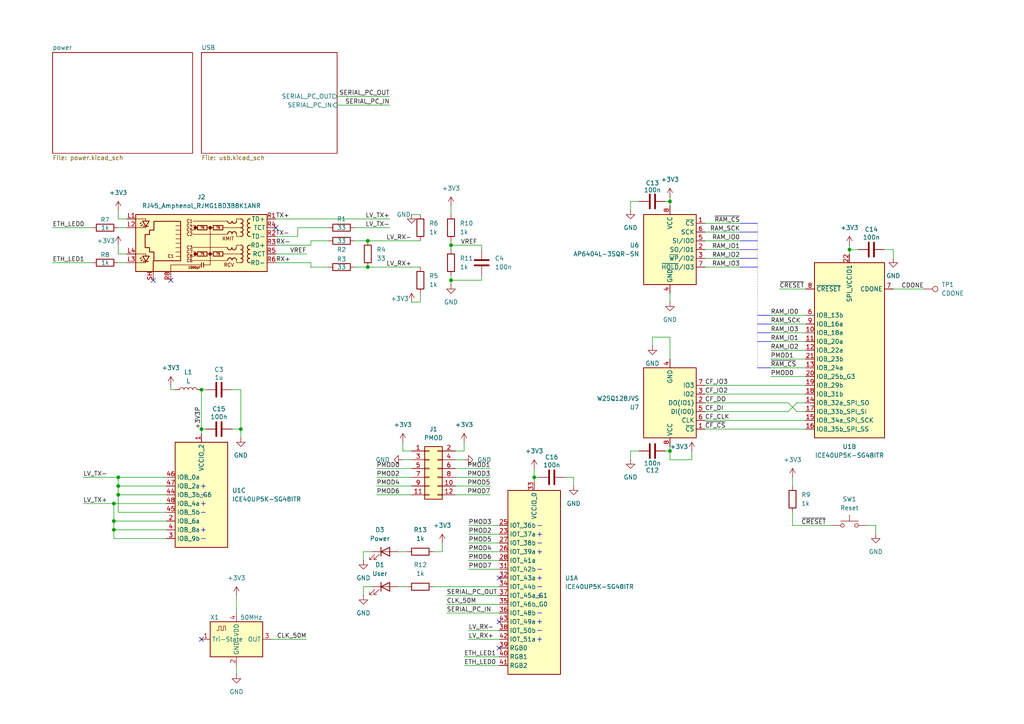
<source format=kicad_sch>
(kicad_sch (version 20231120) (generator "eeschema") (generator_version "8.0")
  (paper "A4")
  (title_block (title "Trashernet SoC") (date "2024-07-07") (rev "2") (company "notsyncing.net") (comment 1 "https://l.notsyncing.net/tnet"))
  (lib_symbols
    (symbol "Connector:RJ45_Amphenol_RJMG1BD3B8K1ANR"
      (property "Reference" "J" (at 18.415 10.16 0))
      (property "Value" "RJ45_Amphenol_RJMG1BD3B8K1ANR" (at -19.05 10.16 0))
      (symbol "RJ45_Amphenol_RJMG1BD3B8K1ANR_0_0"
        (text "C1" (at 4.699 6.985 0) (effects (font (size 0.889 0.889))))
        (text "C1" (at 10.16 -3.175 0) (effects (font (size 0.889 0.889))))
        (text "C2" (at 4.699 3.175 0) (effects (font (size 0.889 0.889))))
        (text "C3" (at 4.699 -0.635 0) (effects (font (size 0.889 0.889))))
        (text "C4" (at 4.699 5.715 0) (effects (font (size 0.889 0.889))))
        (text "C5" (at 4.699 4.445 0) (effects (font (size 0.889 0.889))))
        (text "C6" (at 4.699 -4.445 0) (effects (font (size 0.889 0.889))))
        (text "C7" (at 4.699 -1.905 0) (effects (font (size 0.889 0.889))))
        (text "C8" (at 4.699 -3.175 0) (effects (font (size 0.889 0.889))))
        (text "RCV" (at -8.255 -5.715 0) (effects (font (size 1.016 1.016)) (justify left)))
        (text "XMIT" (at -8.255 1.905 0) (effects (font (size 1.016 1.016)) (justify left)))
      )
      (symbol "RJ45_Amphenol_RJMG1BD3B8K1ANR_1_0"
        (text "1000pF" (at 3.302 -6.477 0) (effects (font (size 0.635 0.635))))
      )
      (symbol "RJ45_Amphenol_RJMG1BD3B8K1ANR_1_1"
        (text "75" (at -3.556 -2.54 0) (effects (font (size 0.635 0.635))))
        (text "75" (at -3.556 5.08 0) (effects (font (size 0.635 0.635))))
        (text "75" (at 1.016 -2.54 0) (effects (font (size 0.635 0.635))))
        (text "75" (at 1.016 5.08 0) (effects (font (size 0.635 0.635))))
        (pin passive line (at 22.86 7.62 180) (length 2.54) (name "") (number "L1"))
        (pin passive line (at 22.86 5.08 180) (length 2.54) (name "") (number "L2"))
        (pin passive line (at 22.86 -5.08 180) (length 2.54) (name "") (number "L3"))
        (pin passive line (at 22.86 -2.54 180) (length 2.54) (name "") (number "L4"))
        (pin passive line (at -20.32 7.62 0) (length 2.54) (name "TD+") (number "R1"))
        (pin passive line (at -20.32 2.54 0) (length 2.54) (name "TD-") (number "R2"))
        (pin passive line (at -20.32 0 0) (length 2.54) (name "RD+") (number "R3"))
        (pin passive line (at -20.32 5.08 0) (length 2.54) (name "TCT") (number "R4"))
        (pin passive line (at -20.32 -2.54 0) (length 2.54) (name "RCT") (number "R5"))
        (pin passive line (at -20.32 -5.08 0) (length 2.54) (name "RD-") (number "R6"))
        (pin no_connect line (at 20.32 0 0) (length 0) hide (name "NC") (number "R7"))
        (pin power_in line (at 10.16 -10.16 90) (length 2.54) (name "") (number "R8"))
        (pin passive line (at 15.24 -10.16 90) (length 2.54) (name "") (number "SH"))
      )
    )
    (symbol "Connector:TestPoint" (pin_numbers hide) (pin_names (offset 0.762) hide)
      (property "Reference" "TP" (at 0 6.858 0))
      (property "Value" "TestPoint" (at 0 5.08 0))
      (symbol "TestPoint_1_1"
        (pin passive line (at 0 0 90) (length 2.54) (name "1") (number "1"))
      )
    )
    (symbol "Connector_Generic:Conn_02x06_Odd_Even" (pin_names (offset 1.016) hide)
      (property "Reference" "J" (at 1.27 7.62 0))
      (property "Value" "Conn_02x06_Odd_Even" (at 1.27 -10.16 0))
      (symbol "Conn_02x06_Odd_Even_1_1"
        (pin passive line (at -5.08 5.08 0) (length 3.81) (name "Pin_1") (number "1"))
        (pin passive line (at 7.62 -5.08 180) (length 3.81) (name "Pin_10") (number "10"))
        (pin passive line (at -5.08 -7.62 0) (length 3.81) (name "Pin_11") (number "11"))
        (pin passive line (at 7.62 -7.62 180) (length 3.81) (name "Pin_12") (number "12"))
        (pin passive line (at 7.62 5.08 180) (length 3.81) (name "Pin_2") (number "2"))
        (pin passive line (at -5.08 2.54 0) (length 3.81) (name "Pin_3") (number "3"))
        (pin passive line (at 7.62 2.54 180) (length 3.81) (name "Pin_4") (number "4"))
        (pin passive line (at -5.08 0 0) (length 3.81) (name "Pin_5") (number "5"))
        (pin passive line (at 7.62 0 180) (length 3.81) (name "Pin_6") (number "6"))
        (pin passive line (at -5.08 -2.54 0) (length 3.81) (name "Pin_7") (number "7"))
        (pin passive line (at 7.62 -2.54 180) (length 3.81) (name "Pin_8") (number "8"))
        (pin passive line (at -5.08 -5.08 0) (length 3.81) (name "Pin_9") (number "9"))
      )
    )
    (symbol "Device:C" (pin_numbers hide) (pin_names (offset 0.254))
      (property "Reference" "C" (at 0.635 2.54 0))
      (property "Value" "C" (at 0.635 -2.54 0))
      (symbol "C_1_1"
        (pin passive line (at 0 3.81 270) (length 2.794) (name "~") (number "1"))
        (pin passive line (at 0 -3.81 90) (length 2.794) (name "~") (number "2"))
      )
    )
    (symbol "Device:L" (pin_numbers hide) (pin_names (offset 1.016) hide)
      (property "Reference" "L" (at -1.27 0 90))
      (property "Value" "L" (at 1.905 0 90))
      (symbol "L_1_1"
        (pin passive line (at 0 3.81 270) (length 1.27) (name "1") (number "1"))
        (pin passive line (at 0 -3.81 90) (length 1.27) (name "2") (number "2"))
      )
    )
    (symbol "Device:LED" (pin_numbers hide) (pin_names (offset 1.016) hide)
      (property "Reference" "D" (at 0 2.54 0))
      (property "Value" "LED" (at 0 -2.54 0))
      (symbol "LED_1_1"
        (pin passive line (at -3.81 0 0) (length 2.54) (name "K") (number "1"))
        (pin passive line (at 3.81 0 180) (length 2.54) (name "A") (number "2"))
      )
    )
    (symbol "Device:R" (pin_numbers hide) (pin_names (offset 0))
      (property "Reference" "R" (at 2.032 0 90))
      (property "Value" "R" (at 0 0 90))
      (symbol "R_1_1"
        (pin passive line (at 0 3.81 270) (length 1.27) (name "~") (number "1"))
        (pin passive line (at 0 -3.81 90) (length 1.27) (name "~") (number "2"))
      )
    )
    (symbol "FPGA_Lattice:ICE40UP5K-SG48ITR"
      (property "Reference" "U" (at -8.89 -29.21 0))
      (property "Value" "ICE40UP5K-SG48ITR" (at 0 -31.75 0))
      (symbol "ICE40UP5K-SG48ITR_1_1"
        (pin bidirectional line (at -10.16 12.7 0) (length 2.54) (name "IOT_37a") (number "23"))
        (pin bidirectional line (at -10.16 15.24 0) (length 2.54) (name "IOT_36b") (number "25"))
        (pin bidirectional line (at -10.16 7.62 0) (length 2.54) (name "IOT_39a") (number "26"))
        (pin bidirectional line (at -10.16 10.16 0) (length 2.54) (name "IOT_38b") (number "27"))
        (pin bidirectional line (at -10.16 5.08 0) (length 2.54) (name "IOT_41a") (number "28"))
        (pin bidirectional line (at -10.16 2.54 0) (length 2.54) (name "IOT_42b") (number "31"))
        (pin bidirectional line (at -10.16 0 0) (length 2.54) (name "IOT_43a") (number "32"))
        (pin power_in line (at 0 27.94 270) (length 2.54) (name "VCCIO_0") (number "33"))
        (pin bidirectional line (at -10.16 -2.54 0) (length 2.54) (name "IOT_44b") (number "34"))
        (pin bidirectional line (at -10.16 -7.62 0) (length 2.54) (name "IOT_46b_G0") (number "35"))
        (pin bidirectional line (at -10.16 -10.16 0) (length 2.54) (name "IOT_48b") (number "36"))
        (pin bidirectional line (at -10.16 -5.08 0) (length 2.54) (name "IOT_45a_G1") (number "37"))
        (pin bidirectional line (at -10.16 -15.24 0) (length 2.54) (name "IOT_50b") (number "38"))
        (pin open_collector line (at -10.16 -20.32 0) (length 2.54) (name "RGB0") (number "39"))
        (pin open_collector line (at -10.16 -22.86 0) (length 2.54) (name "RGB1") (number "40"))
        (pin open_collector line (at -10.16 -25.4 0) (length 2.54) (name "RGB2") (number "41"))
        (pin bidirectional line (at -10.16 -17.78 0) (length 2.54) (name "IOT_51a") (number "42"))
        (pin bidirectional line (at -10.16 -12.7 0) (length 2.54) (name "IOT_49a") (number "43"))
      )
      (symbol "ICE40UP5K-SG48ITR_2_1"
        (pin bidirectional line (at -12.7 5.08 0) (length 2.54) (name "IOB_18a") (number "10"))
        (pin bidirectional line (at -12.7 2.54 0) (length 2.54) (name "IOB_20a") (number "11"))
        (pin bidirectional line (at -12.7 0 0) (length 2.54) (name "IOB_22a") (number "12"))
        (pin bidirectional line (at -12.7 -5.08 0) (length 2.54) (name "IOB_24a") (number "13"))
        (pin bidirectional line (at -12.7 -15.24 0) (length 2.54) (name "IOB_32a_SPI_SO") (number "14"))
        (pin bidirectional line (at -12.7 -20.32 0) (length 2.54) (name "IOB_34a_SPI_SCK") (number "15"))
        (pin bidirectional line (at -12.7 -22.86 0) (length 2.54) (name "IOB_35b_SPI_SS") (number "16"))
        (pin bidirectional line (at -12.7 -17.78 0) (length 2.54) (name "IOB_33b_SPI_SI") (number "17"))
        (pin bidirectional line (at -12.7 -12.7 0) (length 2.54) (name "IOB_31b") (number "18"))
        (pin bidirectional line (at -12.7 -10.16 0) (length 2.54) (name "IOB_29b") (number "19"))
        (pin bidirectional line (at -12.7 -7.62 0) (length 2.54) (name "IOB_25b_G3") (number "20"))
        (pin bidirectional line (at -12.7 -2.54 0) (length 2.54) (name "IOB_23b") (number "21"))
        (pin power_in line (at 0 27.94 270) (length 2.54) (name "SPI_VCCIO1") (number "22"))
        (pin bidirectional line (at -12.7 10.16 0) (length 2.54) (name "IOB_13b") (number "6"))
        (pin open_collector line (at 12.7 17.78 180) (length 2.54) (name "CDONE") (number "7"))
        (pin input line (at -12.7 17.78 0) (length 2.54) (name "~{CRESET}") (number "8"))
        (pin bidirectional line (at -12.7 7.62 0) (length 2.54) (name "IOB_16a") (number "9"))
      )
      (symbol "ICE40UP5K-SG48ITR_3_1"
        (pin power_in line (at 0 17.78 270) (length 2.54) (name "VCCIO_2") (number "1"))
        (pin bidirectional line (at -10.16 -7.62 0) (length 2.54) (name "IOB_6a") (number "2"))
        (pin bidirectional line (at -10.16 -12.7 0) (length 2.54) (name "IOB_9b") (number "3"))
        (pin bidirectional line (at -10.16 -10.16 0) (length 2.54) (name "IOB_8a") (number "4"))
        (pin bidirectional line (at -10.16 0 0) (length 2.54) (name "IOB_3b_G6") (number "44"))
        (pin bidirectional line (at -10.16 -5.08 0) (length 2.54) (name "IOB_5b") (number "45"))
        (pin bidirectional line (at -10.16 5.08 0) (length 2.54) (name "IOB_0a") (number "46"))
        (pin bidirectional line (at -10.16 2.54 0) (length 2.54) (name "IOB_2a") (number "47"))
        (pin bidirectional line (at -10.16 -2.54 0) (length 2.54) (name "IOB_4a") (number "48"))
      )
      (symbol "ICE40UP5K-SG48ITR_4_1"
        (pin power_in line (at -2.54 10.16 270) (length 2.54) (name "VPP_2V5") (number "24"))
        (pin power_out line (at 2.54 10.16 270) (length 2.54) (name "VCCPLL") (number "29"))
        (pin passive line (at 0 10.16 270) (length 2.54) hide (name "VCC") (number "30"))
        (pin power_in line (at 0 -10.16 90) (length 2.54) (name "GND") (number "49"))
        (pin power_in line (at 0 10.16 270) (length 2.54) (name "VCC") (number "5"))
      )
    )
    (symbol "Memory_Flash:AT25SF081-SSHD-X"
      (property "Reference" "U" (at -6.35 11.43 0))
      (property "Value" "AT25SF081-SSHD-X" (at 11.43 11.43 0))
      (symbol "AT25SF081-SSHD-X_1_1"
        (pin input line (at -10.16 7.62 0) (length 2.54) (name "~{CS}") (number "1"))
        (pin bidirectional line (at -10.16 0 0) (length 2.54) (name "SO/IO1") (number "2"))
        (pin bidirectional line (at -10.16 -2.54 0) (length 2.54) (name "~{WP}/IO2") (number "3"))
        (pin power_in line (at 0 -12.7 90) (length 2.54) (name "GND") (number "4"))
        (pin bidirectional line (at -10.16 2.54 0) (length 2.54) (name "SI/IO0") (number "5"))
        (pin input line (at -10.16 5.08 0) (length 2.54) (name "SCK") (number "6"))
        (pin bidirectional line (at -10.16 -5.08 0) (length 2.54) (name "~{HOLD}/IO3") (number "7"))
        (pin power_in line (at 0 12.7 270) (length 2.54) (name "VCC") (number "8"))
      )
    )
    (symbol "Memory_Flash:W25Q128JVS"
      (property "Reference" "U" (at -8.89 8.89 0))
      (property "Value" "W25Q128JVS" (at 7.62 8.89 0))
      (symbol "W25Q128JVS_1_1"
        (pin input line (at -10.16 7.62 0) (length 2.54) (name "~{CS}") (number "1"))
        (pin bidirectional line (at -10.16 0 0) (length 2.54) (name "DO(IO1)") (number "2"))
        (pin bidirectional line (at -10.16 -2.54 0) (length 2.54) (name "IO2") (number "3"))
        (pin power_in line (at 0 -12.7 90) (length 2.54) (name "GND") (number "4"))
        (pin bidirectional line (at -10.16 2.54 0) (length 2.54) (name "DI(IO0)") (number "5"))
        (pin input line (at -10.16 5.08 0) (length 2.54) (name "CLK") (number "6"))
        (pin bidirectional line (at -10.16 -5.08 0) (length 2.54) (name "IO3") (number "7"))
        (pin power_in line (at 0 12.7 270) (length 2.54) (name "VCC") (number "8"))
      )
    )
    (symbol "Oscillator:ASCO"
      (property "Reference" "X" (at -7.62 6.35 0))
      (property "Value" "ASCO" (at 1.27 -6.35 0))
      (symbol "ASCO_1_1"
        (pin input line (at -10.16 0 0) (length 2.54) (name "Tri-State") (number "1"))
        (pin power_in line (at 0 -7.62 90) (length 2.54) (name "GND") (number "2"))
        (pin output line (at 10.16 0 180) (length 2.54) (name "OUT") (number "3"))
        (pin power_in line (at 0 7.62 270) (length 2.54) (name "VDD") (number "4"))
      )
    )
    (symbol "Switch:SW_Push" (pin_numbers hide) (pin_names (offset 1.016) hide)
      (property "Reference" "SW" (at 1.27 2.54 0))
      (property "Value" "SW_Push" (at 0 -1.524 0))
      (symbol "SW_Push_0_1"
        (pin passive line (at -5.08 0 0) (length 2.54) (name "1") (number "1"))
        (pin passive line (at 5.08 0 180) (length 2.54) (name "2") (number "2"))
      )
    )
    (symbol "power:+3V3" (power) (pin_numbers hide) (pin_names (offset 0) hide)
      (property "Value" "+3V3" (at 0 3.556 0))
      (symbol "+3V3_1_1"
        (pin power_in line (at 0 0 90) (length 0) (name "~") (number "1"))
      )
    )
    (symbol "power:GND" (power) (pin_numbers hide) (pin_names (offset 0) hide)
      (property "Value" "GND" (at 0 -3.81 0))
      (symbol "GND_1_1"
        (pin power_in line (at 0 0 270) (length 0) (name "~") (number "1"))
      )
    )
  )
  (junction (at 194.31 58.42))
  (junction (at 34.29 138.43))
  (junction (at 69.85 124.46))
  (junction (at 194.31 130.81))
  (junction (at 33.02 151.13))
  (junction (at 33.02 153.67))
  (junction (at 130.81 71.12))
  (junction (at 33.02 146.05))
  (junction (at 34.29 140.97))
  (junction (at 58.42 124.46))
  (junction (at 34.29 143.51))
  (junction (at 130.81 81.28))
  (junction (at 154.94 138.43))
  (junction (at 246.38 72.39))
  (junction (at 106.68 77.47))
  (junction (at 58.42 113.03))
  (junction (at 106.68 69.85))
  (no_connect (at 44.45 81.28))
  (no_connect (at 144.78 187.96))
  (no_connect (at 58.42 185.42))
  (no_connect (at 80.01 66.04))
  (no_connect (at 144.78 180.34))
  (no_connect (at 49.53 81.28))
  (no_connect (at 144.78 167.64))
  (wire (pts (xy 246.38 72.39) (xy 246.38 73.66)))
  (wire (pts (xy 204.47 64.77) (xy 214.63 64.77)))
  (wire (pts (xy 128.27 157.48) (xy 128.27 160.02)))
  (wire (pts (xy 106.68 69.85) (xy 121.92 69.85)))
  (polyline (pts (xy 214.63 77.47) (xy 219.71 77.47)))
  (wire (pts (xy 204.47 114.3) (xy 233.68 114.3)))
  (wire (pts (xy 102.87 66.04) (xy 113.03 66.04)))
  (wire (pts (xy 125.73 170.18) (xy 144.78 170.18)))
  (polyline (pts (xy 214.63 74.93) (xy 219.71 74.93)))
  (wire (pts (xy 105.41 170.18) (xy 105.41 172.72)))
  (wire (pts (xy 33.02 156.21) (xy 48.26 156.21)))
  (wire (pts (xy 34.29 76.2) (xy 36.83 76.2)))
  (wire (pts (xy 116.84 133.35) (xy 119.38 133.35)))
  (wire (pts (xy 139.7 72.39) (xy 139.7 71.12)))
  (wire (pts (xy 163.83 138.43) (xy 166.37 138.43)))
  (wire (pts (xy 134.62 128.27) (xy 134.62 130.81)))
  (wire (pts (xy 223.52 109.22) (xy 233.68 109.22)))
  (wire (pts (xy 34.29 60.96) (xy 34.29 63.5)))
  (wire (pts (xy 33.02 153.67) (xy 48.26 153.67)))
  (wire (pts (xy 204.47 77.47) (xy 214.63 77.47)))
  (wire (pts (xy 251.46 152.4) (xy 254 152.4)))
  (wire (pts (xy 189.23 97.79) (xy 189.23 100.33)))
  (wire (pts (xy 130.81 71.12) (xy 139.7 71.12)))
  (polyline (pts (xy 214.63 72.39) (xy 219.71 72.39)))
  (wire (pts (xy 59.69 124.46) (xy 58.42 124.46)))
  (wire (pts (xy 194.31 133.35) (xy 200.66 133.35)))
  (wire (pts (xy 106.68 77.47) (xy 121.92 77.47)))
  (wire (pts (xy 204.47 119.38) (xy 228.6 119.38)))
  (wire (pts (xy 119.38 62.23) (xy 121.92 62.23)))
  (wire (pts (xy 204.47 67.31) (xy 214.63 67.31)))
  (wire (pts (xy 204.47 74.93) (xy 214.63 74.93)))
  (wire (pts (xy 182.88 58.42) (xy 182.88 60.96)))
  (wire (pts (xy 58.42 113.03) (xy 59.69 113.03)))
  (wire (pts (xy 80.01 71.12) (xy 90.17 71.12)))
  (wire (pts (xy 134.62 190.5) (xy 144.78 190.5)))
  (wire (pts (xy 102.87 77.47) (xy 106.68 77.47)))
  (wire (pts (xy 189.23 97.79) (xy 194.31 97.79)))
  (wire (pts (xy 67.31 113.03) (xy 69.85 113.03)))
  (wire (pts (xy 185.42 130.81) (xy 182.88 130.81)))
  (wire (pts (xy 132.08 130.81) (xy 134.62 130.81)))
  (wire (pts (xy 223.52 91.44) (xy 233.68 91.44)))
  (wire (pts (xy 97.79 30.48) (xy 113.03 30.48)))
  (wire (pts (xy 107.95 170.18) (xy 105.41 170.18)))
  (polyline (pts (xy 219.71 91.44) (xy 223.52 91.44)))
  (wire (pts (xy 135.89 162.56) (xy 144.78 162.56)))
  (wire (pts (xy 129.54 175.26) (xy 144.78 175.26)))
  (wire (pts (xy 154.94 135.89) (xy 154.94 138.43)))
  (wire (pts (xy 15.24 76.2) (xy 26.67 76.2)))
  (wire (pts (xy 58.42 113.03) (xy 58.42 124.46)))
  (wire (pts (xy 107.95 160.02) (xy 105.41 160.02)))
  (polyline (pts (xy 219.71 99.06) (xy 223.52 99.06)))
  (wire (pts (xy 256.54 72.39) (xy 259.08 72.39)))
  (wire (pts (xy 204.47 121.92) (xy 233.68 121.92)))
  (wire (pts (xy 223.52 101.6) (xy 233.68 101.6)))
  (wire (pts (xy 132.08 135.89) (xy 142.24 135.89)))
  (wire (pts (xy 36.83 63.5) (xy 34.29 63.5)))
  (wire (pts (xy 223.52 93.98) (xy 233.68 93.98)))
  (wire (pts (xy 259.08 72.39) (xy 259.08 74.93)))
  (wire (pts (xy 86.36 66.04) (xy 95.25 66.04)))
  (wire (pts (xy 129.54 172.72) (xy 144.78 172.72)))
  (wire (pts (xy 229.87 138.43) (xy 229.87 140.97)))
  (wire (pts (xy 109.22 135.89) (xy 119.38 135.89)))
  (wire (pts (xy 132.08 143.51) (xy 142.24 143.51)))
  (wire (pts (xy 69.85 113.03) (xy 69.85 124.46)))
  (wire (pts (xy 154.94 138.43) (xy 154.94 139.7)))
  (wire (pts (xy 119.38 130.81) (xy 116.84 130.81)))
  (wire (pts (xy 34.29 138.43) (xy 48.26 138.43)))
  (wire (pts (xy 34.29 71.12) (xy 34.29 73.66)))
  (wire (pts (xy 33.02 146.05) (xy 33.02 151.13)))
  (wire (pts (xy 204.47 111.76) (xy 233.68 111.76)))
  (wire (pts (xy 135.89 152.4) (xy 144.78 152.4)))
  (wire (pts (xy 229.87 152.4) (xy 241.3 152.4)))
  (wire (pts (xy 33.02 151.13) (xy 48.26 151.13)))
  (wire (pts (xy 78.74 185.42) (xy 88.9 185.42)))
  (wire (pts (xy 109.22 140.97) (xy 119.38 140.97)))
  (wire (pts (xy 58.42 124.46) (xy 58.42 125.73)))
  (wire (pts (xy 135.89 185.42) (xy 144.78 185.42)))
  (wire (pts (xy 185.42 58.42) (xy 182.88 58.42)))
  (wire (pts (xy 194.31 129.54) (xy 194.31 130.81)))
  (wire (pts (xy 223.52 99.06) (xy 233.68 99.06)))
  (wire (pts (xy 193.04 130.81) (xy 194.31 130.81)))
  (polyline (pts (xy 219.71 93.98) (xy 223.52 93.98)))
  (wire (pts (xy 130.81 59.69) (xy 130.81 62.23)))
  (polyline (pts (xy 219.71 106.68) (xy 223.52 106.68)))
  (wire (pts (xy 33.02 151.13) (xy 33.02 153.67)))
  (wire (pts (xy 34.29 143.51) (xy 48.26 143.51)))
  (wire (pts (xy 115.57 170.18) (xy 118.11 170.18)))
  (wire (pts (xy 130.81 81.28) (xy 130.81 82.55)))
  (wire (pts (xy 15.24 66.04) (xy 26.67 66.04)))
  (wire (pts (xy 90.17 71.12) (xy 90.17 69.85)))
  (wire (pts (xy 36.83 73.66) (xy 34.29 73.66)))
  (wire (pts (xy 154.94 138.43) (xy 156.21 138.43)))
  (wire (pts (xy 228.6 119.38) (xy 231.14 116.84)))
  (polyline (pts (xy 214.63 64.77) (xy 219.71 64.77)))
  (wire (pts (xy 229.87 152.4) (xy 229.87 148.59)))
  (wire (pts (xy 68.58 172.72) (xy 68.58 177.8)))
  (wire (pts (xy 129.54 177.8) (xy 144.78 177.8)))
  (wire (pts (xy 80.01 73.66) (xy 88.9 73.66)))
  (wire (pts (xy 246.38 71.12) (xy 246.38 72.39)))
  (wire (pts (xy 135.89 160.02) (xy 144.78 160.02)))
  (wire (pts (xy 90.17 76.2) (xy 80.01 76.2)))
  (wire (pts (xy 246.38 72.39) (xy 248.92 72.39)))
  (wire (pts (xy 34.29 140.97) (xy 48.26 140.97)))
  (wire (pts (xy 204.47 69.85) (xy 214.63 69.85)))
  (wire (pts (xy 223.52 96.52) (xy 233.68 96.52)))
  (wire (pts (xy 121.92 85.09) (xy 121.92 87.63)))
  (wire (pts (xy 69.85 124.46) (xy 69.85 127)))
  (wire (pts (xy 34.29 143.51) (xy 34.29 140.97)))
  (wire (pts (xy 86.36 68.58) (xy 86.36 66.04)))
  (wire (pts (xy 132.08 133.35) (xy 134.62 133.35)))
  (wire (pts (xy 194.31 85.09) (xy 194.31 87.63)))
  (wire (pts (xy 95.25 77.47) (xy 90.17 77.47)))
  (wire (pts (xy 204.47 72.39) (xy 214.63 72.39)))
  (wire (pts (xy 90.17 69.85) (xy 95.25 69.85)))
  (wire (pts (xy 109.22 138.43) (xy 119.38 138.43)))
  (wire (pts (xy 132.08 138.43) (xy 142.24 138.43)))
  (wire (pts (xy 34.29 148.59) (xy 48.26 148.59)))
  (wire (pts (xy 24.13 146.05) (xy 33.02 146.05)))
  (wire (pts (xy 97.79 27.94) (xy 113.03 27.94)))
  (wire (pts (xy 130.81 80.01) (xy 130.81 81.28)))
  (wire (pts (xy 194.31 130.81) (xy 194.31 133.35)))
  (wire (pts (xy 200.66 133.35) (xy 200.66 130.81)))
  (wire (pts (xy 139.7 80.01) (xy 139.7 81.28)))
  (wire (pts (xy 130.81 71.12) (xy 130.81 72.39)))
  (wire (pts (xy 226.06 83.82) (xy 233.68 83.82)))
  (wire (pts (xy 119.38 87.63) (xy 121.92 87.63)))
  (wire (pts (xy 135.89 165.1) (xy 144.78 165.1)))
  (wire (pts (xy 135.89 182.88) (xy 144.78 182.88)))
  (wire (pts (xy 34.29 148.59) (xy 34.29 143.51)))
  (wire (pts (xy 80.01 68.58) (xy 86.36 68.58)))
  (wire (pts (xy 223.52 104.14) (xy 233.68 104.14)))
  (wire (pts (xy 134.62 193.04) (xy 144.78 193.04)))
  (wire (pts (xy 194.31 57.15) (xy 194.31 58.42)))
  (wire (pts (xy 233.68 119.38) (xy 231.14 119.38)))
  (wire (pts (xy 194.31 97.79) (xy 194.31 104.14)))
  (wire (pts (xy 130.81 81.28) (xy 139.7 81.28)))
  (polyline (pts (xy 214.63 69.85) (xy 219.71 69.85)))
  (wire (pts (xy 49.53 111.76) (xy 49.53 113.03)))
  (wire (pts (xy 34.29 66.04) (xy 36.83 66.04)))
  (wire (pts (xy 33.02 146.05) (xy 48.26 146.05)))
  (wire (pts (xy 115.57 160.02) (xy 118.11 160.02)))
  (wire (pts (xy 33.02 153.67) (xy 33.02 156.21)))
  (wire (pts (xy 132.08 140.97) (xy 142.24 140.97)))
  (wire (pts (xy 68.58 193.04) (xy 68.58 195.58)))
  (wire (pts (xy 254 152.4) (xy 254 154.94)))
  (wire (pts (xy 105.41 160.02) (xy 105.41 162.56)))
  (wire (pts (xy 80.01 63.5) (xy 113.03 63.5)))
  (polyline (pts (xy 219.71 96.52) (xy 223.52 96.52)))
  (wire (pts (xy 231.14 119.38) (xy 228.6 116.84)))
  (wire (pts (xy 194.31 58.42) (xy 194.31 59.69)))
  (wire (pts (xy 135.89 157.48) (xy 144.78 157.48)))
  (wire (pts (xy 231.14 116.84) (xy 233.68 116.84)))
  (wire (pts (xy 125.73 160.02) (xy 128.27 160.02)))
  (polyline (pts (xy 214.63 67.31) (xy 219.71 67.31)))
  (wire (pts (xy 166.37 138.43) (xy 166.37 140.97)))
  (wire (pts (xy 109.22 143.51) (xy 119.38 143.51)))
  (wire (pts (xy 67.31 124.46) (xy 69.85 124.46)))
  (wire (pts (xy 193.04 58.42) (xy 194.31 58.42)))
  (wire (pts (xy 204.47 124.46) (xy 233.68 124.46)))
  (wire (pts (xy 182.88 130.81) (xy 182.88 133.35)))
  (wire (pts (xy 90.17 77.47) (xy 90.17 76.2)))
  (wire (pts (xy 259.08 83.82) (xy 267.97 83.82)))
  (wire (pts (xy 135.89 154.94) (xy 144.78 154.94)))
  (wire (pts (xy 130.81 69.85) (xy 130.81 71.12)))
  (wire (pts (xy 49.53 113.03) (xy 50.8 113.03)))
  (wire (pts (xy 24.13 138.43) (xy 34.29 138.43)))
  (polyline (pts (xy 219.71 106.68) (xy 219.71 64.77)) (stroke (width 0) (type dot)))
  (wire (pts (xy 223.52 106.68) (xy 233.68 106.68)))
  (wire (pts (xy 228.6 116.84) (xy 204.47 116.84)))
  (wire (pts (xy 116.84 128.27) (xy 116.84 130.81)))
  (wire (pts (xy 34.29 140.97) (xy 34.29 138.43)))
  (wire (pts (xy 102.87 69.85) (xy 106.68 69.85)))
  (text "-\n+\n-\n+\n\n-\n+\n-\n+\n\n-\n+\n-\n+" (at 155.448 151.638 0) (effects (font (size 1.5748 1.5748)) (justify left top)))
  (text "\n+\n-\n+\n-\n\n+\n-" (at 57.912 137.668 0) (effects (font (size 1.5748 1.5748)) (justify left top)))
  (label "LV_RX-" (at 119.38 69.85 180))
  (label "LV_TX-" (at 113.03 66.04 180))
  (label "VREF" (at 138.43 71.12 180))
  (label "PMOD5" (at 135.89 157.48 0))
  (label "PMOD7" (at 142.24 143.51 180))
  (label "CF_DI" (at 204.47 119.38 0))
  (label "LV_TX+" (at 24.13 146.05 0))
  (label "+3V3P" (at 58.42 124.46 90))
  (label "SERIAL_PC_IN" (at 129.54 177.8 0))
  (label "RAM_IO0" (at 223.52 91.44 0))
  (label "CLK_50M" (at 129.54 175.26 0))
  (label "CF_CLK" (at 204.47 121.92 0))
  (label "CF_DO" (at 204.47 116.84 0))
  (label "~{CRESET}" (at 232.41 152.4 0))
  (label "PMOD6" (at 135.89 162.56 0))
  (label "RAM_IO0" (at 214.63 69.85 180))
  (label "~{RAM_CS}" (at 214.63 64.77 180))
  (label "ETH_LED1" (at 134.62 190.5 0))
  (label "PMOD2" (at 109.22 138.43 0))
  (label "PMOD6" (at 109.22 143.51 0))
  (label "SERIAL_PC_OUT" (at 129.54 172.72 0))
  (label "RAM_IO2" (at 214.63 74.93 180))
  (label "TX-" (at 80.01 68.58 0))
  (label "RX-" (at 80.01 71.12 0))
  (label "PMOD2" (at 135.89 154.94 0))
  (label "LV_TX-" (at 24.13 138.43 0))
  (label "RAM_IO1" (at 223.52 99.06 0))
  (label "PMOD4" (at 135.89 160.02 0))
  (label "PMOD0" (at 109.22 135.89 0))
  (label "RX+" (at 80.01 76.2 0))
  (label "~{RAM_CS}" (at 223.52 106.68 0))
  (label "PMOD0" (at 223.52 109.22 0))
  (label "ETH_LED1" (at 15.24 76.2 0))
  (label "LV_RX+" (at 135.89 185.42 0))
  (label "VREF" (at 88.9 73.66 180))
  (label "CDONE" (at 267.97 83.82 180))
  (label "PMOD5" (at 142.24 140.97 180))
  (label "RAM_IO3" (at 223.52 96.52 0))
  (label "PMOD1" (at 142.24 135.89 180))
  (label "~{CRESET}" (at 226.06 83.82 0))
  (label "LV_RX-" (at 135.89 182.88 0))
  (label "RAM_SCK" (at 214.63 67.31 180))
  (label "RAM_IO1" (at 214.63 72.39 180))
  (label "PMOD1" (at 223.52 104.14 0))
  (label "PMOD4" (at 109.22 140.97 0))
  (label "LV_RX+" (at 119.38 77.47 180))
  (label "PMOD7" (at 135.89 165.1 0))
  (label "CF_IO3" (at 204.47 111.76 0))
  (label "CLK_50M" (at 88.9 185.42 180))
  (label "RAM_IO3" (at 214.63 77.47 180))
  (label "ETH_LED0" (at 134.62 193.04 0))
  (label "LV_TX+" (at 113.03 63.5 180))
  (label "PMOD3" (at 142.24 138.43 180))
  (label "RAM_IO2" (at 223.52 101.6 0))
  (label "RAM_SCK" (at 223.52 93.98 0))
  (label "TX+" (at 80.01 63.5 0))
  (label "ETH_LED0" (at 15.24 66.04 0))
  (label "~{CF_CS}" (at 204.47 124.46 0))
  (label "PMOD3" (at 135.89 152.4 0))
  (label "SERIAL_PC_IN" (at 113.03 30.48 180))
  (label "SERIAL_PC_OUT" (at 113.03 27.94 180))
  (label "CF_IO2" (at 204.47 114.3 0))
  (symbol (lib_id "power:GND") (at 194.31 87.63 0) (unit 1)
    (property "Reference" "#PWR020" (effects (hide yes)))
    (property "Value" "GND" (at 194.31 92.71 0))
    (property "Description" "Power symbol creates a global label with name \"GND\" , ground" (effects (hide yes)))
  )
  (symbol (lib_id "Connector_Generic:Conn_02x06_Odd_Even") (at 124.46 135.89 0) (unit 1)
    (property "Reference" "J1" (at 125.73 124.46 0))
    (property "Value" "PMOD" (at 125.73 127 0))
    (property "Footprint" "Connector_PinSocket_2.54mm:PinSocket_2x06_P2.54mm_Horizontal" (effects (hide yes)))
    (property "Description" "Generic connector, double row, 02x06, odd/even pin numbering scheme (row 1 odd numbers, row 2 even numbers), script generated (kicad-library-utils/schlib/autogen/connector/)" (effects (hide yes)))
  )
  (symbol (lib_id "power:GND") (at 182.88 133.35 0) (unit 1)
    (property "Reference" "#PWR026" (effects (hide yes)))
    (property "Value" "GND" (at 182.88 138.43 0))
    (property "Description" "Power symbol creates a global label with name \"GND\" , ground" (effects (hide yes)))
  )
  (symbol (lib_id "Device:LED") (at 111.76 160.02 0) (unit 1)
    (property "Reference" "D3" (at 110.1725 153.67 0))
    (property "Value" "Power" (at 110.1725 156.21 0))
    (property "Footprint" "LED_SMD:LED_0603_1608Metric" (effects (hide yes)))
    (property "Description" "Light emitting diode" (effects (hide yes)))
  )
  (symbol (lib_id "power:GND") (at 130.81 82.55 0) (unit 1)
    (property "Reference" "#PWR025" (effects (hide yes)))
    (property "Value" "GND" (at 130.81 87.63 0))
    (property "Description" "Power symbol creates a global label with name \"GND\" , ground" (effects (hide yes)))
  )
  (symbol (lib_id "power:GND") (at 134.62 133.35 90) (unit 1)
    (property "Reference" "#PWR09" (effects (hide yes)))
    (property "Value" "GND" (at 138.43 133.3499 90) (effects (justify right)))
    (property "Description" "Power symbol creates a global label with name \"GND\" , ground" (effects (hide yes)))
  )
  (symbol (lib_id "power:GND") (at 116.84 133.35 270) (unit 1)
    (property "Reference" "#PWR017" (effects (hide yes)))
    (property "Value" "GND" (at 113.03 133.3499 90) (effects (justify right)))
    (property "Description" "Power symbol creates a global label with name \"GND\" , ground" (effects (hide yes)))
  )
  (symbol (lib_id "power:+3V3") (at 134.62 128.27 0) (unit 1)
    (property "Reference" "#PWR08" (effects (hide yes)))
    (property "Value" "+3V3" (at 134.62 123.19 0))
    (property "Description" "Power symbol creates a global label with name \"+3V3\"" (effects (hide yes)))
  )
  (symbol (lib_id "Device:R") (at 121.92 66.04 180) (unit 1)
    (property "Reference" "R6" (at 124.46 64.7699 0) (effects (justify right)))
    (property "Value" "1k" (at 124.46 67.3099 0) (effects (justify right)))
    (property "Footprint" "Resistor_SMD:R_0603_1608Metric" (effects (hide yes)))
    (property "Description" "Resistor" (effects (hide yes)))
  )
  (symbol (lib_id "power:+3V3") (at 116.84 128.27 0) (unit 1)
    (property "Reference" "#PWR07" (effects (hide yes)))
    (property "Value" "+3V3" (at 116.84 123.19 0))
    (property "Description" "Power symbol creates a global label with name \"+3V3\"" (effects (hide yes)))
  )
  (symbol (lib_id "power:+3V3") (at 130.81 59.69 0) (unit 1)
    (property "Reference" "#PWR024" (effects (hide yes)))
    (property "Value" "+3V3" (at 130.81 54.61 0))
    (property "Description" "Power symbol creates a global label with name \"+3V3\"" (effects (hide yes)))
  )
  (symbol (lib_id "power:GND") (at 189.23 100.33 0) (unit 1)
    (property "Reference" "#PWR021" (effects (hide yes)))
    (property "Value" "GND" (at 189.23 105.41 0))
    (property "Description" "Power symbol creates a global label with name \"GND\" , ground" (effects (hide yes)))
  )
  (symbol (lib_id "power:+3V3") (at 229.87 138.43 0) (unit 1)
    (property "Reference" "#PWR06" (effects (hide yes)))
    (property "Value" "+3V3" (at 229.87 133.35 0))
    (property "Description" "Power symbol creates a global label with name \"+3V3\"" (effects (hide yes)))
  )
  (symbol (lib_id "Device:R") (at 130.81 76.2 0) (unit 1)
    (property "Reference" "R11" (at 133.35 74.9299 0) (effects (justify left)))
    (property "Value" "1k" (at 133.35 77.4699 0) (effects (justify left)))
    (property "Footprint" "Resistor_SMD:R_0603_1608Metric" (effects (hide yes)))
    (property "Description" "Resistor" (effects (hide yes)))
  )
  (symbol (lib_id "Device:C") (at 63.5 113.03 270) (mirror x) (unit 1)
    (property "Reference" "C3" (at 63.5 107.188 90))
    (property "Value" "1u" (at 63.5 109.474 90))
    (property "Footprint" "Capacitor_SMD:C_0805_2012Metric" (effects (hide yes)))
    (property "Description" "Unpolarized capacitor" (effects (hide yes)))
  )
  (symbol (lib_id "Device:C") (at 252.73 72.39 270) (mirror x) (unit 1)
    (property "Reference" "C14" (at 252.73 66.548 90))
    (property "Value" "100n" (at 252.73 68.834 90))
    (property "Footprint" "Capacitor_SMD:C_0603_1608Metric" (effects (hide yes)))
    (property "Description" "Unpolarized capacitor" (effects (hide yes)))
  )
  (symbol (lib_id "Device:R") (at 121.92 81.28 180) (unit 1)
    (property "Reference" "R5" (at 124.46 80.0099 0) (effects (justify right)))
    (property "Value" "1k" (at 124.46 82.5499 0) (effects (justify right)))
    (property "Footprint" "Resistor_SMD:R_0603_1608Metric" (effects (hide yes)))
    (property "Description" "Resistor" (effects (hide yes)))
  )
  (symbol (lib_id "Device:R") (at 106.68 73.66 180) (unit 1)
    (property "Reference" "R4" (at 109.22 72.3899 0) (effects (justify right)))
    (property "Value" "33" (at 109.22 74.9299 0) (effects (justify right)))
    (property "Footprint" "Resistor_SMD:R_0603_1608Metric" (effects (hide yes)))
    (property "Description" "Resistor" (effects (hide yes)))
  )
  (symbol (lib_id "power:+3V3") (at 246.38 71.12 0) (unit 1)
    (property "Reference" "#PWR028" (effects (hide yes)))
    (property "Value" "+3V3" (at 246.38 66.04 0))
    (property "Description" "Power symbol creates a global label with name \"+3V3\"" (effects (hide yes)))
  )
  (symbol (lib_id "Device:C") (at 189.23 58.42 90) (unit 1)
    (property "Reference" "C13" (at 189.23 53.086 90))
    (property "Value" "100n" (at 189.23 55.118 90))
    (property "Footprint" "Capacitor_SMD:C_0603_1608Metric" (effects (hide yes)))
    (property "Description" "Unpolarized capacitor" (effects (hide yes)))
  )
  (symbol (lib_id "Switch:SW_Push") (at 246.38 152.4 0) (unit 1)
    (property "Reference" "SW1" (at 246.38 144.78 0))
    (property "Value" "Reset" (at 246.38 147.32 0))
    (property "Footprint" "Button_Switch_SMD:SW_SPST_B3U-1000P" (effects (hide yes)))
    (property "Description" "Push button switch, generic, two pins" (effects (hide yes)))
  )
  (symbol (lib_id "power:+3V3") (at 128.27 157.48 0) (unit 1)
    (property "Reference" "#PWR047" (effects (hide yes)))
    (property "Value" "+3V3" (at 128.27 152.4 0))
    (property "Description" "Power symbol creates a global label with name \"+3V3\"" (effects (hide yes)))
  )
  (symbol (lib_id "Device:R") (at 121.92 160.02 90) (unit 1)
    (property "Reference" "R13" (at 121.92 153.67 90))
    (property "Value" "1k" (at 121.92 156.21 90))
    (property "Footprint" "Resistor_SMD:R_0603_1608Metric" (effects (hide yes)))
    (property "Description" "Resistor" (effects (hide yes)))
  )
  (symbol (lib_id "power:+3V3") (at 119.38 87.63 0) (unit 1)
    (property "Reference" "#PWR034" (effects (hide yes)))
    (property "Value" "+3V3" (at 113.284 86.614 0) (effects (justify left)))
    (property "Description" "Power symbol creates a global label with name \"+3V3\"" (effects (hide yes)))
  )
  (symbol (lib_id "power:+3V3") (at 194.31 57.15 0) (unit 1)
    (property "Reference" "#PWR022" (effects (hide yes)))
    (property "Value" "+3V3" (at 194.31 52.07 0))
    (property "Description" "Power symbol creates a global label with name \"+3V3\"" (effects (hide yes)))
  )
  (symbol (lib_id "power:+3V3") (at 200.66 130.81 0) (unit 1)
    (property "Reference" "#PWR023" (effects (hide yes)))
    (property "Value" "+3V3" (at 194.31 129.54 0) (effects (justify left)))
    (property "Description" "Power symbol creates a global label with name \"+3V3\"" (effects (hide yes)))
  )
  (symbol (lib_id "Device:R") (at 99.06 69.85 90) (unit 1)
    (property "Reference" "R2" (at 99.06 72.39 90))
    (property "Value" "33" (at 99.06 69.85 90))
    (property "Footprint" "Resistor_SMD:R_0603_1608Metric" (effects (hide yes)))
    (property "Description" "Resistor" (effects (hide yes)))
  )
  (symbol (lib_id "Memory_Flash:W25Q128JVS") (at 194.31 116.84 180) (unit 1)
    (property "Reference" "U7" (at 185.42 118.1101 0) (effects (justify left)))
    (property "Value" "W25Q128JVS" (at 185.42 115.5701 0) (effects (justify left)))
    (property "Footprint" "Package_SO:SOIC-8_5.23x5.23mm_P1.27mm" (effects (hide yes)))
    (property "Datasheet" "http://www.winbond.com/resource-files/w25q128jv_dtr%20revc%2003272018%20plus.pdf" (effects (hide yes)))
    (property "Description" "128Mb Serial Flash Memory, Standard/Dual/Quad SPI, SOIC-8" (effects (hide yes)))
  )
  (symbol (lib_id "FPGA_Lattice:ICE40UP5K-SG48ITR") (at 58.42 143.51 0) (unit 3)
    (property "Reference" "U1" (at 67.31 142.2399 0) (effects (justify left)))
    (property "Value" "ICE40UP5K-SG48ITR" (at 67.31 144.7799 0) (effects (justify left)))
    (property "Footprint" "Package_DFN_QFN:QFN-48-1EP_7x7mm_P0.5mm_EP5.6x5.6mm" (effects (hide yes)))
    (property "Datasheet" "http://www.latticesemi.com/Products/FPGAandCPLD/iCE40Ultra" (effects (hide yes)))
    (property "Description" "iCE40 UltraPlus FPGA, 5280 LUTs, 1.2V, 48-pin QFN" (effects (hide yes)))
  )
  (symbol (lib_id "Device:C") (at 160.02 138.43 270) (mirror x) (unit 1)
    (property "Reference" "C16" (at 160.02 132.588 90))
    (property "Value" "100n" (at 160.02 134.874 90))
    (property "Footprint" "Capacitor_SMD:C_0603_1608Metric" (effects (hide yes)))
    (property "Description" "Unpolarized capacitor" (effects (hide yes)))
  )
  (symbol (lib_id "Device:C") (at 189.23 130.81 90) (unit 1)
    (property "Reference" "C12" (at 189.23 136.398 90))
    (property "Value" "100n" (at 189.23 134.366 90))
    (property "Footprint" "Capacitor_SMD:C_0603_1608Metric" (effects (hide yes)))
    (property "Description" "Unpolarized capacitor" (effects (hide yes)))
  )
  (symbol (lib_id "power:+3V3") (at 49.53 111.76 0) (unit 1)
    (property "Reference" "#PWR032" (effects (hide yes)))
    (property "Value" "+3V3" (at 49.53 106.68 0))
    (property "Description" "Power symbol creates a global label with name \"+3V3\"" (effects (hide yes)))
  )
  (symbol (lib_id "power:+3V3") (at 34.29 71.12 0) (unit 1)
    (property "Reference" "#PWR037" (effects (hide yes)))
    (property "Value" "+3V3" (at 30.734 69.85 0))
    (property "Description" "Power symbol creates a global label with name \"+3V3\"" (effects (hide yes)))
  )
  (symbol (lib_id "FPGA_Lattice:ICE40UP5K-SG48ITR") (at 154.94 167.64 0) (unit 1)
    (property "Reference" "U1" (at 163.83 167.6399 0) (effects (justify left)))
    (property "Value" "ICE40UP5K-SG48ITR" (at 163.83 170.1799 0) (effects (justify left)))
    (property "Footprint" "Package_DFN_QFN:QFN-48-1EP_7x7mm_P0.5mm_EP5.6x5.6mm" (effects (hide yes)))
    (property "Datasheet" "http://www.latticesemi.com/Products/FPGAandCPLD/iCE40Ultra" (effects (hide yes)))
    (property "Description" "iCE40 UltraPlus FPGA, 5280 LUTs, 1.2V, 48-pin QFN" (effects (hide yes)))
  )
  (symbol (lib_id "power:GND") (at 68.58 195.58 0) (unit 1)
    (property "Reference" "#PWR042" (effects (hide yes)))
    (property "Value" "GND" (at 68.58 200.66 0))
    (property "Description" "Power symbol creates a global label with name \"GND\" , ground" (effects (hide yes)))
  )
  (symbol (lib_id "Device:C") (at 63.5 124.46 270) (mirror x) (unit 1)
    (property "Reference" "C15" (at 63.5 118.618 90))
    (property "Value" "100n" (at 63.5 120.904 90))
    (property "Footprint" "Capacitor_SMD:C_0603_1608Metric" (effects (hide yes)))
    (property "Description" "Unpolarized capacitor" (effects (hide yes)))
  )
  (symbol (lib_id "power:+3V3") (at 34.29 60.96 0) (unit 1)
    (property "Reference" "#PWR036" (effects (hide yes)))
    (property "Value" "+3V3" (at 34.29 55.88 0))
    (property "Description" "Power symbol creates a global label with name \"+3V3\"" (effects (hide yes)))
  )
  (symbol (lib_id "Device:R") (at 99.06 77.47 90) (mirror x) (unit 1)
    (property "Reference" "R3" (at 99.06 75.184 90))
    (property "Value" "33" (at 99.06 77.47 90))
    (property "Footprint" "Resistor_SMD:R_0603_1608Metric" (effects (hide yes)))
    (property "Description" "Resistor" (effects (hide yes)))
  )
  (symbol (lib_id "power:+3V3") (at 68.58 172.72 0) (unit 1)
    (property "Reference" "#PWR041" (effects (hide yes)))
    (property "Value" "+3V3" (at 68.58 167.64 0))
    (property "Description" "Power symbol creates a global label with name \"+3V3\"" (effects (hide yes)))
  )
  (symbol (lib_id "Connector:RJ45_Amphenol_RJMG1BD3B8K1ANR") (at 59.69 71.12 0) (mirror y) (unit 1)
    (property "Reference" "J2" (at 58.42 57.15 0))
    (property "Value" "RJ45_Amphenol_RJMG1BD3B8K1ANR" (at 58.42 59.69 0))
    (property "Footprint" "Connector_RJ:RJ45_Amphenol_RJMG1BD3B8K1ANR" (effects (hide yes)))
    (property "Datasheet" "https://www.amphenol-cs.com/media/wysiwyg/files/drawing/rjmg1bd3b8k1anr.pdf" (effects (hide yes)))
    (property "Description" "1 Port RJ45 Magjack Connector Through Hole 10/100 Base-T, AutoMDIX" (effects (hide yes)))
  )
  (symbol (lib_id "Device:R") (at 130.81 66.04 0) (unit 1)
    (property "Reference" "R10" (at 133.35 64.7699 0) (effects (justify left)))
    (property "Value" "1k" (at 133.35 67.3099 0) (effects (justify left)))
    (property "Footprint" "Resistor_SMD:R_0603_1608Metric" (effects (hide yes)))
    (property "Description" "Resistor" (effects (hide yes)))
  )
  (symbol (lib_id "Connector:TestPoint") (at 267.97 83.82 270) (unit 1)
    (property "Reference" "TP1" (at 273.05 82.5499 90) (effects (justify left)))
    (property "Value" "CDONE" (at 273.05 85.0899 90) (effects (justify left)))
    (property "Footprint" "trashernet_soc:TestPoint_Pad_0.5x0.5mm" (effects (hide yes)))
    (property "Description" "test point" (effects (hide yes)))
  )
  (symbol (lib_id "Device:R") (at 121.92 170.18 90) (unit 1)
    (property "Reference" "R12" (at 121.92 163.83 90))
    (property "Value" "1k" (at 121.92 166.37 90))
    (property "Footprint" "Resistor_SMD:R_0603_1608Metric" (effects (hide yes)))
    (property "Description" "Resistor" (effects (hide yes)))
  )
  (symbol (lib_id "power:GND") (at 105.41 172.72 0) (unit 1)
    (property "Reference" "#PWR044" (effects (hide yes)))
    (property "Value" "GND" (at 105.41 177.8 0))
    (property "Description" "Power symbol creates a global label with name \"GND\" , ground" (effects (hide yes)))
  )
  (symbol (lib_id "power:GND") (at 182.88 60.96 0) (unit 1)
    (property "Reference" "#PWR027" (effects (hide yes)))
    (property "Value" "GND" (at 182.88 66.04 0))
    (property "Description" "Power symbol creates a global label with name \"GND\" , ground" (effects (hide yes)))
  )
  (symbol (lib_id "Device:R") (at 30.48 76.2 270) (unit 1)
    (property "Reference" "R8" (at 30.48 73.914 90))
    (property "Value" "1k" (at 30.48 76.2 90))
    (property "Footprint" "Resistor_SMD:R_0603_1608Metric" (effects (hide yes)))
    (property "Description" "Resistor" (effects (hide yes)))
  )
  (symbol (lib_id "Device:R") (at 229.87 144.78 0) (unit 1)
    (property "Reference" "R9" (at 232.41 143.5099 0) (effects (justify left)))
    (property "Value" "1k" (at 232.41 146.0499 0) (effects (justify left)))
    (property "Footprint" "Resistor_SMD:R_0603_1608Metric" (effects (hide yes)))
    (property "Description" "Resistor" (effects (hide yes)))
  )
  (symbol (lib_id "power:GND") (at 69.85 127 0) (unit 1)
    (property "Reference" "#PWR030" (effects (hide yes)))
    (property "Value" "GND" (at 69.85 132.08 0))
    (property "Description" "Power symbol creates a global label with name \"GND\" , ground" (effects (hide yes)))
  )
  (symbol (lib_id "Device:R") (at 30.48 66.04 270) (unit 1)
    (property "Reference" "R7" (at 30.48 63.754 90))
    (property "Value" "1k" (at 30.48 66.04 90))
    (property "Footprint" "Resistor_SMD:R_0603_1608Metric" (effects (hide yes)))
    (property "Description" "Resistor" (effects (hide yes)))
  )
  (symbol (lib_id "power:GND") (at 166.37 140.97 0) (unit 1)
    (property "Reference" "#PWR031" (effects (hide yes)))
    (property "Value" "GND" (at 166.37 146.05 0))
    (property "Description" "Power symbol creates a global label with name \"GND\" , ground" (effects (hide yes)))
  )
  (symbol (lib_id "power:GND") (at 105.41 162.56 0) (unit 1)
    (property "Reference" "#PWR045" (effects (hide yes)))
    (property "Value" "GND" (at 105.41 167.64 0))
    (property "Description" "Power symbol creates a global label with name \"GND\" , ground" (effects (hide yes)))
  )
  (symbol (lib_id "Device:C") (at 139.7 76.2 0) (unit 1)
    (property "Reference" "C4" (at 143.51 74.9299 0) (effects (justify left)))
    (property "Value" "100n" (at 143.51 77.4699 0) (effects (justify left)))
    (property "Footprint" "Capacitor_SMD:C_0603_1608Metric" (effects (hide yes)))
    (property "Description" "Unpolarized capacitor" (effects (hide yes)))
  )
  (symbol (lib_id "FPGA_Lattice:ICE40UP5K-SG48ITR") (at 246.38 101.6 0) (unit 2)
    (property "Reference" "U1" (at 246.38 129.54 0))
    (property "Value" "ICE40UP5K-SG48ITR" (at 246.38 132.08 0))
    (property "Footprint" "Package_DFN_QFN:QFN-48-1EP_7x7mm_P0.5mm_EP5.6x5.6mm" (effects (hide yes)))
    (property "Datasheet" "http://www.latticesemi.com/Products/FPGAandCPLD/iCE40Ultra" (effects (hide yes)))
    (property "Description" "iCE40 UltraPlus FPGA, 5280 LUTs, 1.2V, 48-pin QFN" (effects (hide yes)))
  )
  (symbol (lib_id "Device:LED") (at 111.76 170.18 0) (unit 1)
    (property "Reference" "D1" (at 110.1725 163.83 0))
    (property "Value" "User" (at 110.1725 166.37 0))
    (property "Footprint" "LED_SMD:LED_0603_1608Metric" (effects (hide yes)))
    (property "Description" "Light emitting diode" (effects (hide yes)))
  )
  (symbol (lib_id "Memory_Flash:AT25SF081-SSHD-X") (at 194.31 72.39 0) (mirror y) (unit 1)
    (property "Reference" "U6" (at 185.42 71.1199 0) (effects (justify left)))
    (property "Value" "AP6404L-3SQR-SN" (at 185.42 73.6599 0) (effects (justify left)))
    (property "Footprint" "Package_SO:SOIC-8_3.9x4.9mm_P1.27mm" (effects (hide yes)))
    (property "Datasheet" "https://www.adestotech.com/wp-content/uploads/DS-AT25SF081_045.pdf" (effects (hide yes)))
    (property "Description" "8-Mbit, 2.5V Minimum SPI Serial Flash Memory with Dual-I/O and Quad-I/O Support, SOIC-8" (effects (hide yes)))
  )
  (symbol (lib_id "Device:L") (at 54.61 113.03 90) (unit 1)
    (property "Reference" "L1" (at 54.61 107.95 90))
    (property "Value" "L" (at 54.61 110.49 90))
    (property "Footprint" "Inductor_SMD:L_0805_2012Metric" (effects (hide yes)))
    (property "Description" "Inductor" (effects (hide yes)))
  )
  (symbol (lib_id "power:+3V3") (at 154.94 135.89 0) (unit 1)
    (property "Reference" "#PWR033" (effects (hide yes)))
    (property "Value" "+3V3" (at 154.94 130.81 0))
    (property "Description" "Power symbol creates a global label with name \"+3V3\"" (effects (hide yes)))
  )
  (symbol (lib_id "Device:R") (at 99.06 66.04 90) (unit 1)
    (property "Reference" "R1" (at 99.06 63.5 90))
    (property "Value" "33" (at 99.06 66.04 90))
    (property "Footprint" "Resistor_SMD:R_0805_2012Metric" (effects (hide yes)))
    (property "Description" "Resistor" (effects (hide yes)))
  )
  (symbol (lib_id "power:GND") (at 119.38 62.23 0) (unit 1)
    (property "Reference" "#PWR035" (effects (hide yes)))
    (property "Value" "GND" (at 115.062 62.23 0) (effects (justify left)))
    (property "Description" "Power symbol creates a global label with name \"GND\" , ground" (effects (hide yes)))
  )
  (symbol (lib_id "Oscillator:ASCO") (at 68.58 185.42 0) (unit 1)
    (property "Reference" "X1" (at 62.23 179.07 0))
    (property "Value" "50MHz" (at 72.898 179.07 0))
    (property "Footprint" "Oscillator:Oscillator_SMD_Abracon_ASCO-4Pin_1.6x1.2mm" (effects (hide yes)))
    (property "Datasheet" "https://abracon.com/Oscillators/ASCO.pdf" (effects (hide yes)))
    (property "Description" "Crystal Clock Oscillator, Abracon ASCO" (effects (hide yes)))
  )
  (symbol (lib_id "power:GND") (at 259.08 74.93 0) (unit 1)
    (property "Reference" "#PWR029" (effects (hide yes)))
    (property "Value" "GND" (at 259.08 80.01 0))
    (property "Description" "Power symbol creates a global label with name \"GND\" , ground" (effects (hide yes)))
  )
  (symbol (lib_id "power:GND") (at 254 154.94 0) (unit 1)
    (property "Reference" "#PWR05" (effects (hide yes)))
    (property "Value" "GND" (at 254 160.02 0))
    (property "Description" "Power symbol creates a global label with name \"GND\" , ground" (effects (hide yes)))
  )
  (sheet (at 58.42 15.24) (size 39.37 29.21) (stroke (width 0.1524))
    (property "Sheetname" "USB" (at 58.42 14.5284 0) (effects (justify left bottom)))
    (property "Sheetfile" "usb.kicad_sch" (at 58.42 45.0346 0) (effects (justify left top)))
    (pin "SERIAL_PC_OUT" output (at 97.79 27.94 0))
    (pin "SERIAL_PC_IN" input (at 97.79 30.48 0))
  )
  (sheet (at 15.24 15.24) (size 40.64 29.21) (stroke (width 0.1524))
    (property "Sheetname" "power" (at 15.24 14.5284 0) (effects (justify left bottom)))
    (property "Sheetfile" "power.kicad_sch" (at 15.24 45.0346 0) (effects (justify left top)))
  )
)
</source>
